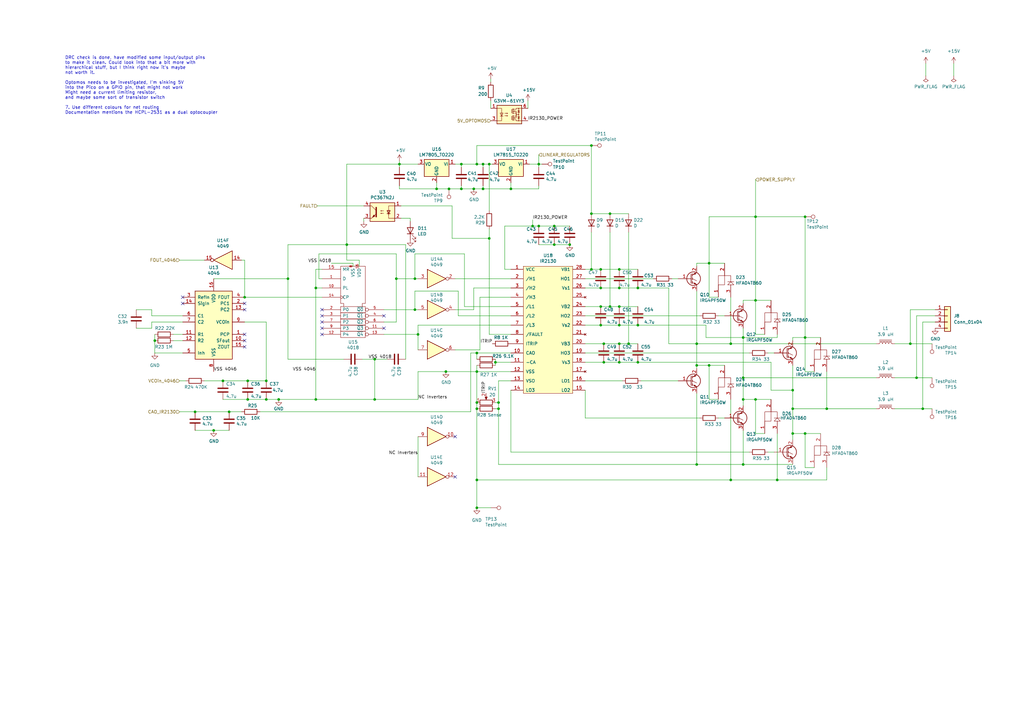
<source format=kicad_sch>
(kicad_sch (version 20231120) (generator "eeschema") (generator_version "8.0")
  (paper "A3")
  (title_block (title "Motor Control Circuitry"))
  (lib_symbols
    (symbol "4xxx:4046" (pin_names (offset 1.016))
      (property "Reference" "U13" (at 0 22.3774 0))
      (property "Value" "4046" (at 0 20.066 0))
      (symbol "4046_1_0"
        (pin output line (at 12.7 -5.08 180) (length 5.08) (name "PCP") (number "1"))
        (pin output line (at 12.7 -7.62 180) (length 5.08) (name "SFout") (number "10"))
        (pin input line (at -12.7 -5.08 0) (length 5.08) (name "R1") (number "11"))
        (pin input line (at -12.7 -7.62 0) (length 5.08) (name "R2") (number "12"))
        (pin tri_state line (at 12.7 5.08 180) (length 5.08) (name "PC2") (number "13"))
        (pin input line (at -12.7 7.62 0) (length 5.08) (name "SigIn") (number "14"))
        (pin output line (at 12.7 -10.16 180) (length 5.08) (name "ZOUT") (number "15"))
        (pin power_in line (at 0 17.78 270) (length 5.08) (name "VDD") (number "16"))
        (pin output line (at 12.7 7.62 180) (length 5.08) (name "PC1") (number "2"))
        (pin input line (at -12.7 10.16 0) (length 5.08) (name "RefIn") (number "3"))
        (pin output line (at 12.7 10.16 180) (length 5.08) (name "FOUT") (number "4"))
        (pin input line (at -12.7 -12.7 0) (length 5.08) (name "Inh") (number "5"))
        (pin input line (at -12.7 2.54 0) (length 5.08) (name "C1") (number "6"))
        (pin input line (at -12.7 0 0) (length 5.08) (name "C2") (number "7"))
        (pin power_in line (at 0 -20.32 90) (length 5.08) (name "VSS") (number "8"))
        (pin input line (at 12.7 0 180) (length 5.08) (name "VCOin") (number "9"))
      )
    )
    (symbol "4xxx:4049" (pin_names (offset 1.016))
      (property "Reference" "U" (at 0 1.27 0))
      (property "Value" "4049" (at 0 -1.27 0))
      (symbol "4049_1_0"
        (pin output inverted (at 7.62 0 180) (length 3.81) (name "~") (number "2"))
        (pin input line (at -7.62 0 0) (length 3.81) (name "~") (number "3"))
      )
      (symbol "4049_2_0"
        (pin output inverted (at 7.62 0 180) (length 3.81) (name "~") (number "4"))
        (pin input line (at -7.62 0 0) (length 3.81) (name "~") (number "5"))
      )
      (symbol "4049_3_0"
        (pin output inverted (at 7.62 0 180) (length 3.81) (name "~") (number "6"))
        (pin input line (at -7.62 0 0) (length 3.81) (name "~") (number "7"))
      )
      (symbol "4049_4_0"
        (pin output inverted (at 7.62 0 180) (length 3.81) (name "~") (number "10"))
        (pin input line (at -7.62 0 0) (length 3.81) (name "~") (number "9"))
      )
      (symbol "4049_5_0"
        (pin input line (at -7.62 0 0) (length 3.81) (name "~") (number "11"))
        (pin output inverted (at 7.62 0 180) (length 3.81) (name "~") (number "12"))
      )
      (symbol "4049_6_0"
        (pin input line (at -7.62 0 0) (length 3.81) (name "~") (number "14"))
        (pin output inverted (at 7.62 0 180) (length 3.81) (name "~") (number "15"))
      )
      (symbol "4049_7_0"
        (pin power_in line (at 0 12.7 270) (length 5.08) (name "VCC") (number "1"))
        (pin power_in line (at 0 -12.7 90) (length 5.08) (name "VSS") (number "8"))
      )
    )
    (symbol "4xxx_IEEE:4018" (pin_names (offset 0.762))
      (property "Reference" "U" (at 8.89 11.43 0))
      (property "Value" "4018" (at 10.16 -17.78 0))
      (symbol "4018_1_1"
        (pin input line (at -12.7 7.62 0) (length 7.62) (name "D") (number "1"))
        (pin input line (at -12.7 3.81 0) (length 7.62) (name "PL") (number "10"))
        (pin output inverted (at 12.7 -12.7 180) (length 7.62) (name "~{Q3}") (number "11"))
        (pin input line (at -12.7 -15.24 0) (length 7.62) (name "P4") (number "12"))
        (pin output inverted (at 12.7 -15.24 180) (length 7.62) (name "~{Q4}") (number "13"))
        (pin input clock (at -12.7 0 0) (length 7.62) (name "CP") (number "14"))
        (pin input line (at -12.7 11.43 0) (length 7.62) (name "MR") (number "15"))
        (pin power_in line (at 2.54 12.7 270) (length 0) (name "VDD") (number "16"))
        (pin input line (at -12.7 -5.08 0) (length 7.62) (name "P0") (number "2"))
        (pin input line (at -12.7 -7.62 0) (length 7.62) (name "P1") (number "3"))
        (pin output inverted (at 12.7 -7.62 180) (length 7.62) (name "~{Q1}") (number "4"))
        (pin output inverted (at 12.7 -5.08 180) (length 7.62) (name "~{Q0}") (number "5"))
        (pin output inverted (at 12.7 -10.16 180) (length 7.62) (name "~{Q2}") (number "6"))
        (pin input line (at -12.7 -10.16 0) (length 7.62) (name "P2") (number "7"))
        (pin power_in line (at 0 12.7 270) (length 0) (name "VSS") (number "8"))
        (pin input line (at -12.7 -12.7 0) (length 7.62) (name "P3") (number "9"))
      )
    )
    (symbol "Connector:TestPoint" (pin_numbers hide) (pin_names (offset 0.762) hide)
      (property "Reference" "TP" (at 0 6.858 0))
      (property "Value" "TestPoint" (at 0 5.08 0))
      (symbol "TestPoint_1_1"
        (pin passive line (at 0 0 90) (length 2.54) (name "1") (number "1"))
      )
    )
    (symbol "Connector_Generic:Conn_01x04" (pin_names (offset 1.016) hide)
      (property "Reference" "J" (at 0 5.08 0))
      (property "Value" "Conn_01x04" (at 0 -7.62 0))
      (symbol "Conn_01x04_1_1"
        (pin passive line (at -5.08 2.54 0) (length 3.81) (name "Pin_1") (number "1"))
        (pin passive line (at -5.08 0 0) (length 3.81) (name "Pin_2") (number "2"))
        (pin passive line (at -5.08 -2.54 0) (length 3.81) (name "Pin_3") (number "3"))
        (pin passive line (at -5.08 -5.08 0) (length 3.81) (name "Pin_4") (number "4"))
      )
    )
    (symbol "Device:C" (pin_numbers hide) (pin_names (offset 0.254))
      (property "Reference" "C" (at 0.635 2.54 0))
      (property "Value" "C" (at 0.635 -2.54 0))
      (symbol "C_1_1"
        (pin passive line (at 0 3.81 270) (length 2.794) (name "~") (number "1"))
        (pin passive line (at 0 -3.81 90) (length 2.794) (name "~") (number "2"))
      )
    )
    (symbol "Device:D" (pin_numbers hide) (pin_names (offset 1.016) hide)
      (property "Reference" "D" (at 0 2.54 0))
      (property "Value" "D" (at 0 -2.54 0))
      (symbol "D_1_1"
        (pin passive line (at -3.81 0 0) (length 2.54) (name "K") (number "1"))
        (pin passive line (at 3.81 0 180) (length 2.54) (name "A") (number "2"))
      )
    )
    (symbol "Device:LED" (pin_numbers hide) (pin_names (offset 1.016) hide)
      (property "Reference" "D" (at 0 2.54 0))
      (property "Value" "LED" (at 0 -2.54 0))
      (symbol "LED_1_1"
        (pin passive line (at -3.81 0 0) (length 2.54) (name "K") (number "1"))
        (pin passive line (at 3.81 0 180) (length 2.54) (name "A") (number "2"))
      )
    )
    (symbol "Device:L_Iron" (pin_numbers hide) (pin_names (offset 1.016) hide)
      (property "Reference" "L" (at -1.27 0 90))
      (property "Value" "L_Iron" (at 2.794 0 90))
      (symbol "L_Iron_1_1"
        (pin passive line (at 0 3.81 270) (length 1.27) (name "1") (number "1"))
        (pin passive line (at 0 -3.81 90) (length 1.27) (name "2") (number "2"))
      )
    )
    (symbol "Device:R" (pin_numbers hide) (pin_names (offset 0))
      (property "Reference" "R" (at 2.032 0 90))
      (property "Value" "R" (at 0 0 90))
      (symbol "R_1_1"
        (pin passive line (at 0 3.81 270) (length 1.27) (name "~") (number "1"))
        (pin passive line (at 0 -3.81 90) (length 1.27) (name "~") (number "2"))
      )
    )
    (symbol "Device:R_Potentiometer" (pin_names (offset 1.016) hide)
      (property "Reference" "RV" (at -4.445 0 90))
      (property "Value" "R_Potentiometer" (at -2.54 0 90))
      (symbol "R_Potentiometer_1_1"
        (pin passive line (at 0 3.81 270) (length 1.27) (name "1") (number "1"))
        (pin passive line (at 3.81 0 180) (length 1.27) (name "2") (number "2"))
        (pin passive line (at 0 -3.81 90) (length 1.27) (name "3") (number "3"))
      )
    )
    (symbol "Isolator:SFH617A-1" (pin_names (offset 1.016))
      (property "Reference" "U" (at -5.08 5.08 0))
      (property "Value" "SFH617A-1" (at 0 5.08 0))
      (symbol "SFH617A-1_1_1"
        (pin passive line (at -7.62 2.54 0) (length 2.54) (name "~") (number "1"))
        (pin passive line (at -7.62 -2.54 0) (length 2.54) (name "~") (number "2"))
        (pin passive line (at 7.62 -2.54 180) (length 2.54) (name "~") (number "3"))
        (pin passive line (at 7.62 2.54 180) (length 2.54) (name "~") (number "4"))
      )
    )
    (symbol "Regulator_Linear:LM7805_TO220" (pin_names (offset 0.254))
      (property "Reference" "U16" (at 0 6.1468 0))
      (property "Value" "LM7805_TO220" (at 0 3.8354 0))
      (symbol "LM7805_TO220_1_1"
        (pin power_in line (at -7.62 0 0) (length 2.54) (name "VI") (number "1"))
        (pin power_in line (at 0 -7.62 90) (length 2.54) (name "GND") (number "2"))
        (pin bidirectional line (at 7.62 0 180) (length 2.54) (name "VO") (number "3"))
      )
    )
    (symbol "Regulator_Linear:LM7815_TO220" (pin_names (offset 0.254))
      (property "Reference" "U17" (at 0 6.1468 0))
      (property "Value" "LM7815_TO220" (at 0 3.8354 0))
      (symbol "LM7815_TO220_1_1"
        (pin input line (at -7.62 0 0) (length 2.54) (name "VI") (number "1"))
        (pin power_in line (at 0 -7.62 90) (length 2.54) (name "GND") (number "2"))
        (pin power_out line (at 7.62 0 180) (length 2.54) (name "VO") (number "3"))
      )
    )
    (symbol "Relay_SolidState:TLP222A"
      (property "Reference" "U3" (at 0 14.4018 0))
      (property "Value" "LCC110" (at 0 12.0904 0))
      (symbol "TLP222A_1_1"
        (pin passive line (at -7.62 2.54 0) (length 2.54) (name "~") (number "1"))
        (pin passive line (at -7.62 -2.54 0) (length 2.54) (name "~") (number "3"))
        (pin passive line (at 7.62 -2.54 180) (length 2.54) (name "~") (number "4"))
        (pin passive line (at 7.62 2.54 180) (length 2.54) (name "~") (number "6"))
      )
    )
    (symbol "Transistor_IGBT:IRG4PF50W" (pin_names (offset 0) hide)
      (property "Reference" "Q" (at 5.08 1.905 0))
      (property "Value" "IRG4PF50W" (at 5.08 0 0))
      (symbol "IRG4PF50W_1_1"
        (pin input line (at -5.08 0 0) (length 5.08) (name "G") (number "1"))
        (pin passive line (at 2.54 5.08 270) (length 2.54) (name "C") (number "2"))
        (pin passive line (at 2.54 -5.08 90) (length 2.54) (name "E") (number "3"))
      )
    )
    (symbol "TurbopumpLibrary:HFA04TB60" (pin_names (offset 1.016))
      (property "Reference" "D" (at -3.81 11.43 0))
      (property "Value" "HFA04TB60" (at 0 -13.97 0))
      (symbol "HFA04TB60_1_1"
        (pin input line (at -2.54 -6.35 90) (length 5.08) (name "~") (number "1"))
        (pin input line (at 0 7.62 270) (length 5.08) (name "~") (number "2"))
        (pin input line (at 2.54 -6.35 90) (length 5.08) (name "~") (number "3"))
      )
    )
    (symbol "TurbopumpLibrary:IR2130" (pin_names (offset 1.016))
      (property "Reference" "U18" (at 0 31.115 0))
      (property "Value" "IR2130" (at 0 28.8036 0))
      (symbol "IR2130_1_1"
        (pin input line (at -15.24 25.4 0) (length 5.08) (name "VCC") (number "1"))
        (pin output line (at -15.24 -8.89 0) (length 5.08) (name "CAO") (number "10"))
        (pin input line (at -15.24 -12.7 0) (length 5.08) (name "-CA") (number "11"))
        (pin power_in line (at -15.24 -16.51 0) (length 5.08) (name "VSS") (number "12"))
        (pin input line (at -15.24 -20.32 0) (length 5.08) (name "VSO") (number "13"))
        (pin power_out line (at -15.24 -24.13 0) (length 5.08) (name "LO3") (number "14"))
        (pin power_out line (at 15.24 -24.13 180) (length 5.08) (name "LO2") (number "15"))
        (pin power_out line (at 15.24 -20.32 180) (length 5.08) (name "LO1") (number "16"))
        (pin no_connect line (at 15.24 -16.51 180) (length 5.08) (name "~") (number "17"))
        (pin input line (at 15.24 -12.7 180) (length 5.08) (name "Vs3") (number "18"))
        (pin power_out line (at 15.24 -8.89 180) (length 5.08) (name "HO3") (number "19"))
        (pin input line (at -15.24 21.59 0) (length 5.08) (name "/H1") (number "2"))
        (pin output line (at 15.24 -5.08 180) (length 5.08) (name "VB3") (number "20"))
        (pin no_connect line (at 15.24 -1.27 180) (length 5.08) (name "~") (number "21"))
        (pin input line (at 15.24 2.54 180) (length 5.08) (name "Vs2") (number "22"))
        (pin power_out line (at 15.24 6.35 180) (length 5.08) (name "HO2") (number "23"))
        (pin output line (at 15.24 10.16 180) (length 5.08) (name "VB2") (number "24"))
        (pin no_connect line (at 15.24 13.97 180) (length 5.08) (name "~") (number "25"))
        (pin input line (at 15.24 17.78 180) (length 5.08) (name "Vs1") (number "26"))
        (pin power_out line (at 15.24 21.59 180) (length 5.08) (name "HO1") (number "27"))
        (pin output line (at 15.24 25.4 180) (length 5.08) (name "VB1") (number "28"))
        (pin input line (at -15.24 17.78 0) (length 5.08) (name "/H2") (number "3"))
        (pin input line (at -15.24 13.97 0) (length 5.08) (name "/H3") (number "4"))
        (pin input line (at -15.24 10.16 0) (length 5.08) (name "/L1") (number "5"))
        (pin input line (at -15.24 6.35 0) (length 5.08) (name "/L2") (number "6"))
        (pin input line (at -15.24 2.54 0) (length 5.08) (name "/L3") (number "7"))
        (pin output line (at -15.24 -1.27 0) (length 5.08) (name "/FAULT") (number "8"))
        (pin input line (at -15.24 -5.08 0) (length 5.08) (name "ITRIP") (number "9"))
      )
    )
    (symbol "power:+15V" (power) (pin_names (offset 0))
      (property "Value" "+15V" (at 0 3.556 0))
      (symbol "+15V_1_1"
        (pin power_in line (at 0 0 90) (length 0) hide (name "+15V") (number "1"))
      )
    )
    (symbol "power:+5V" (power) (pin_names (offset 0))
      (property "Value" "+5V" (at 0 3.556 0))
      (symbol "+5V_1_1"
        (pin power_in line (at 0 0 90) (length 0) hide (name "+5V") (number "1"))
      )
    )
    (symbol "power:GND" (power) (pin_names (offset 0))
      (property "Value" "GND" (at 0 -3.81 0))
      (symbol "GND_1_1"
        (pin power_in line (at 0 0 270) (length 0) hide (name "GND") (number "1"))
      )
    )
    (symbol "power:PWR_FLAG" (power) (pin_numbers hide) (pin_names (offset 0) hide)
      (property "Value" "PWR_FLAG" (at 0 3.81 0))
      (symbol "PWR_FLAG_0_0"
        (pin power_out line (at 0 0 90) (length 0) (name "pwr") (number "1"))
      )
    )
  )
  (junction (at 227.33 100.33))
  (junction (at 195.58 144.78))
  (junction (at 118.11 114.3))
  (junction (at 257.81 140.97))
  (junction (at 246.38 110.49))
  (junction (at 153.67 147.32))
  (junction (at 373.38 140.97))
  (junction (at 246.38 125.73))
  (junction (at 203.2 148.59))
  (junction (at 330.2 138.43))
  (junction (at 261.62 148.59))
  (junction (at 261.62 118.11))
  (junction (at 299.72 140.97))
  (junction (at 170.18 127))
  (junction (at 163.83 67.31))
  (junction (at 171.45 137.16))
  (junction (at 153.67 163.83))
  (junction (at 304.8 163.83))
  (junction (at 250.19 125.73))
  (junction (at 129.54 118.11))
  (junction (at 246.38 118.11))
  (junction (at 246.38 133.35))
  (junction (at 101.6 156.21))
  (junction (at 304.8 138.43))
  (junction (at 184.15 77.47))
  (junction (at 250.19 87.63))
  (junction (at 129.54 163.83))
  (junction (at 299.72 196.85))
  (junction (at 242.57 110.49))
  (junction (at 195.58 152.4))
  (junction (at 325.12 177.8))
  (junction (at 93.98 168.91))
  (junction (at 227.33 92.71))
  (junction (at 189.23 77.47))
  (junction (at 285.75 140.97))
  (junction (at 254 133.35))
  (junction (at 200.66 67.31))
  (junction (at 87.63 176.53))
  (junction (at 170.18 114.3))
  (junction (at 142.24 100.33))
  (junction (at 304.8 190.5))
  (junction (at 182.88 152.4))
  (junction (at 254 118.11))
  (junction (at 285.75 190.5))
  (junction (at 200.66 97.79))
  (junction (at 233.68 100.33))
  (junction (at 242.57 87.63))
  (junction (at 194.31 77.47))
  (junction (at 195.58 196.85))
  (junction (at 162.56 114.3))
  (junction (at 80.01 168.91))
  (junction (at 325.12 167.64))
  (junction (at 63.5 139.7))
  (junction (at 109.22 156.21))
  (junction (at 209.55 77.47))
  (junction (at 254 140.97))
  (junction (at 254 148.59))
  (junction (at 318.77 196.85))
  (junction (at 309.88 163.83))
  (junction (at 247.65 148.59))
  (junction (at 189.23 67.31))
  (junction (at 261.62 133.35))
  (junction (at 325.12 160.02))
  (junction (at 254 110.49))
  (junction (at 290.83 149.86))
  (junction (at 100.33 121.92))
  (junction (at 375.92 154.94))
  (junction (at 378.46 167.64))
  (junction (at 114.3 163.83))
  (junction (at 247.65 140.97))
  (junction (at 242.57 59.69))
  (junction (at 218.44 92.71))
  (junction (at 339.09 167.64))
  (junction (at 204.47 167.64))
  (junction (at 309.88 88.9))
  (junction (at 195.58 208.28))
  (junction (at 195.58 165.1))
  (junction (at 309.88 123.19))
  (junction (at 91.44 156.21))
  (junction (at 101.6 163.83))
  (junction (at 220.98 67.31))
  (junction (at 195.58 67.31))
  (junction (at 330.2 177.8))
  (junction (at 220.98 92.71))
  (junction (at 254 125.73))
  (junction (at 109.22 163.83))
  (junction (at 198.12 77.47))
  (junction (at 285.75 149.86))
  (junction (at 330.2 88.9))
  (junction (at 195.58 167.64))
  (junction (at 179.07 77.47))
  (junction (at 290.83 107.95))
  (junction (at 198.12 67.31))
  (junction (at 204.47 165.1))
  (junction (at 304.8 154.94))
  (no_connect (at 100.33 139.7))
  (no_connect (at 132.08 134.62))
  (no_connect (at 74.93 124.46))
  (no_connect (at 100.33 127))
  (no_connect (at 157.48 129.54))
  (no_connect (at 157.48 134.62))
  (no_connect (at 132.08 137.16))
  (no_connect (at 186.69 179.07))
  (no_connect (at 132.08 132.08))
  (no_connect (at 132.08 127))
  (no_connect (at 132.08 129.54))
  (no_connect (at 186.69 195.58))
  (no_connect (at 100.33 124.46))
  (no_connect (at 100.33 142.24))
  (no_connect (at 74.93 121.92))
  (no_connect (at 100.33 137.16))
  (wire (pts (xy 209.55 160.02) (xy 209.55 185.42)))
  (wire (pts (xy 166.37 147.32) (xy 166.37 100.33)))
  (wire (pts (xy 373.38 140.97) (xy 382.27 140.97)))
  (wire (pts (xy 240.03 133.35) (xy 246.38 133.35)))
  (wire (pts (xy 200.66 67.31) (xy 200.66 86.36)))
  (wire (pts (xy 118.11 114.3) (xy 118.11 147.32)))
  (wire (pts (xy 209.55 77.47) (xy 209.55 74.93)))
  (wire (pts (xy 118.11 100.33) (xy 118.11 114.3)))
  (wire (pts (xy 261.62 133.35) (xy 289.56 133.35)))
  (wire (pts (xy 195.58 144.78) (xy 195.58 147.32)))
  (wire (pts (xy 325.12 167.64) (xy 339.09 167.64)))
  (wire (pts (xy 309.88 88.9) (xy 309.88 123.19)))
  (wire (pts (xy 339.09 196.85) (xy 318.77 196.85)))
  (wire (pts (xy 247.65 148.59) (xy 254 148.59)))
  (wire (pts (xy 218.44 90.17) (xy 218.44 92.71)))
  (wire (pts (xy 162.56 104.14) (xy 162.56 114.3)))
  (wire (pts (xy 297.18 149.86) (xy 290.83 149.86)))
  (wire (pts (xy 204.47 167.64) (xy 204.47 190.5)))
  (wire (pts (xy 285.75 151.13) (xy 285.75 149.86)))
  (wire (pts (xy 73.66 106.68) (xy 83.82 106.68)))
  (wire (pts (xy 170.18 104.14) (xy 190.5 104.14)))
  (wire (pts (xy 195.58 165.1) (xy 195.58 167.64)))
  (wire (pts (xy 189.23 68.58) (xy 189.23 67.31)))
  (wire (pts (xy 203.2 167.64) (xy 204.47 167.64)))
  (wire (pts (xy 216.535 41.275) (xy 216.535 44.45)))
  (wire (pts (xy 246.38 125.73) (xy 250.19 125.73)))
  (wire (pts (xy 55.88 134.62) (xy 62.23 134.62)))
  (wire (pts (xy 189.23 67.31) (xy 195.58 67.31)))
  (wire (pts (xy 220.98 100.33) (xy 227.33 100.33)))
  (wire (pts (xy 185.42 97.79) (xy 200.66 97.79)))
  (wire (pts (xy 290.83 121.92) (xy 294.64 121.92)))
  (wire (pts (xy 309.88 123.19) (xy 309.88 137.16)))
  (wire (pts (xy 294.64 129.54) (xy 297.18 129.54)))
  (wire (pts (xy 164.465 84.455) (xy 185.42 84.455)))
  (wire (pts (xy 285.75 190.5) (xy 304.8 190.5)))
  (wire (pts (xy 336.55 177.8) (xy 330.2 177.8)))
  (wire (pts (xy 246.38 110.49) (xy 254 110.49)))
  (wire (pts (xy 142.24 67.31) (xy 142.24 100.33)))
  (wire (pts (xy 166.37 100.33) (xy 142.24 100.33)))
  (wire (pts (xy 189.23 77.47) (xy 189.23 76.2)))
  (wire (pts (xy 149.225 89.535) (xy 149.225 90.805)))
  (wire (pts (xy 203.2 165.1) (xy 204.47 165.1)))
  (wire (pts (xy 359.41 154.94) (xy 304.8 154.94)))
  (wire (pts (xy 171.45 163.83) (xy 171.45 152.4)))
  (wire (pts (xy 63.5 137.16) (xy 63.5 139.7)))
  (wire (pts (xy 318.77 138.43) (xy 318.77 137.16)))
  (wire (pts (xy 186.69 114.3) (xy 209.55 114.3)))
  (wire (pts (xy 285.75 140.97) (xy 285.75 119.38)))
  (wire (pts (xy 290.83 107.95) (xy 290.83 121.92)))
  (wire (pts (xy 63.5 139.7) (xy 63.5 144.78)))
  (wire (pts (xy 325.12 160.02) (xy 316.23 160.02)))
  (wire (pts (xy 240.03 118.11) (xy 246.38 118.11)))
  (wire (pts (xy 200.66 97.79) (xy 200.66 93.98)))
  (wire (pts (xy 254 110.49) (xy 261.62 110.49)))
  (wire (pts (xy 203.2 147.32) (xy 203.2 148.59)))
  (wire (pts (xy 325.12 139.7) (xy 325.12 138.43)))
  (wire (pts (xy 201.295 208.28) (xy 195.58 208.28)))
  (wire (pts (xy 209.55 156.21) (xy 204.47 156.21)))
  (wire (pts (xy 100.33 121.92) (xy 100.33 106.68)))
  (wire (pts (xy 316.23 148.59) (xy 261.62 148.59)))
  (wire (pts (xy 316.23 163.83) (xy 309.88 163.83)))
  (wire (pts (xy 250.19 125.73) (xy 254 125.73)))
  (wire (pts (xy 325.12 138.43) (xy 330.2 138.43)))
  (wire (pts (xy 87.63 176.53) (xy 93.98 176.53)))
  (wire (pts (xy 170.18 114.3) (xy 170.18 104.14)))
  (wire (pts (xy 242.57 95.25) (xy 242.57 110.49)))
  (wire (pts (xy 168.275 89.535) (xy 168.275 90.805)))
  (wire (pts (xy 142.24 100.33) (xy 142.24 106.68)))
  (wire (pts (xy 164.465 89.535) (xy 168.275 89.535)))
  (wire (pts (xy 109.22 163.83) (xy 101.6 163.83)))
  (wire (pts (xy 162.56 104.14) (xy 130.81 104.14)))
  (wire (pts (xy 240.03 125.73) (xy 246.38 125.73)))
  (wire (pts (xy 274.32 140.97) (xy 274.32 118.11)))
  (wire (pts (xy 289.56 133.35) (xy 289.56 138.43)))
  (wire (pts (xy 80.01 176.53) (xy 87.63 176.53)))
  (wire (pts (xy 204.47 156.21) (xy 204.47 165.1)))
  (wire (pts (xy 186.69 127) (xy 194.31 127)))
  (wire (pts (xy 73.66 168.91) (xy 80.01 168.91)))
  (wire (pts (xy 220.98 92.71) (xy 227.33 92.71)))
  (wire (pts (xy 142.24 67.31) (xy 163.83 67.31)))
  (wire (pts (xy 203.2 149.86) (xy 203.2 148.59)))
  (wire (pts (xy 227.33 100.33) (xy 233.68 100.33)))
  (wire (pts (xy 373.38 127) (xy 373.38 140.97)))
  (wire (pts (xy 163.83 77.47) (xy 179.07 77.47)))
  (wire (pts (xy 203.2 148.59) (xy 209.55 148.59)))
  (wire (pts (xy 198.12 67.31) (xy 200.66 67.31)))
  (wire (pts (xy 375.92 154.94) (xy 382.27 154.94)))
  (wire (pts (xy 304.8 138.43) (xy 304.8 154.94)))
  (wire (pts (xy 309.88 177.8) (xy 313.69 177.8)))
  (wire (pts (xy 118.11 147.32) (xy 140.97 147.32)))
  (wire (pts (xy 109.22 132.08) (xy 109.22 156.21)))
  (wire (pts (xy 391.16 26.035) (xy 391.16 31.115)))
  (wire (pts (xy 240.03 156.21) (xy 255.27 156.21)))
  (wire (pts (xy 250.19 87.63) (xy 257.81 87.63)))
  (wire (pts (xy 153.67 163.83) (xy 129.54 163.83)))
  (wire (pts (xy 274.32 118.11) (xy 261.62 118.11)))
  (wire (pts (xy 330.2 191.77) (xy 334.01 191.77)))
  (wire (pts (xy 254 140.97) (xy 257.81 140.97)))
  (wire (pts (xy 285.75 140.97) (xy 274.32 140.97)))
  (wire (pts (xy 101.6 156.21) (xy 109.22 156.21)))
  (wire (pts (xy 195.58 167.64) (xy 195.58 196.85)))
  (wire (pts (xy 195.58 208.28) (xy 195.58 196.85)))
  (wire (pts (xy 240.03 140.97) (xy 247.65 140.97)))
  (wire (pts (xy 190.5 104.14) (xy 190.5 125.73)))
  (wire (pts (xy 257.81 140.97) (xy 261.62 140.97)))
  (wire (pts (xy 367.03 167.64) (xy 378.46 167.64)))
  (wire (pts (xy 330.2 138.43) (xy 330.2 152.4)))
  (wire (pts (xy 100.33 132.08) (xy 109.22 132.08)))
  (wire (pts (xy 220.98 63.5) (xy 220.98 67.31)))
  (wire (pts (xy 304.8 124.46) (xy 304.8 123.19)))
  (wire (pts (xy 62.23 129.54) (xy 62.23 127)))
  (wire (pts (xy 187.96 129.54) (xy 209.55 129.54)))
  (wire (pts (xy 304.8 123.19) (xy 309.88 123.19)))
  (wire (pts (xy 162.56 114.3) (xy 170.18 114.3)))
  (wire (pts (xy 187.96 119.38) (xy 187.96 129.54)))
  (wire (pts (xy 304.8 134.62) (xy 304.8 138.43)))
  (wire (pts (xy 222.25 67.31) (xy 220.98 67.31)))
  (wire (pts (xy 339.09 167.64) (xy 359.41 167.64)))
  (wire (pts (xy 62.23 132.08) (xy 74.93 132.08)))
  (wire (pts (xy 130.81 114.3) (xy 132.08 114.3)))
  (wire (pts (xy 91.44 156.21) (xy 101.6 156.21)))
  (wire (pts (xy 132.08 121.92) (xy 100.33 121.92)))
  (wire (pts (xy 204.47 190.5) (xy 285.75 190.5)))
  (wire (pts (xy 171.45 179.07) (xy 171.45 195.58)))
  (wire (pts (xy 242.57 110.49) (xy 246.38 110.49)))
  (wire (pts (xy 309.88 137.16) (xy 313.69 137.16)))
  (wire (pts (xy 375.92 129.54) (xy 375.92 154.94)))
  (wire (pts (xy 193.04 168.91) (xy 193.04 144.78)))
  (wire (pts (xy 74.93 137.16) (xy 71.12 137.16)))
  (wire (pts (xy 285.75 161.29) (xy 285.75 190.5)))
  (wire (pts (xy 246.38 118.11) (xy 254 118.11)))
  (wire (pts (xy 379.73 26.035) (xy 379.73 31.115)))
  (wire (pts (xy 163.83 68.58) (xy 163.83 67.31)))
  (wire (pts (xy 220.98 77.47) (xy 209.55 77.47)))
  (wire (pts (xy 339.09 152.4) (xy 339.09 167.64)))
  (wire (pts (xy 153.67 147.32) (xy 158.75 147.32)))
  (wire (pts (xy 220.98 67.31) (xy 220.98 68.58)))
  (wire (pts (xy 325.12 177.8) (xy 330.2 177.8)))
  (wire (pts (xy 299.72 163.83) (xy 299.72 196.85)))
  (wire (pts (xy 195.58 149.86) (xy 195.58 152.4)))
  (wire (pts (xy 309.88 73.66) (xy 309.88 88.9)))
  (wire (pts (xy 304.8 190.5) (xy 325.12 190.5)))
  (wire (pts (xy 182.88 152.4) (xy 195.58 152.4)))
  (wire (pts (xy 153.67 147.32) (xy 153.67 163.83)))
  (wire (pts (xy 304.8 163.83) (xy 304.8 166.37)))
  (wire (pts (xy 373.38 127) (xy 383.54 127)))
  (wire (pts (xy 142.24 100.33) (xy 118.11 100.33)))
  (wire (pts (xy 129.54 110.49) (xy 129.54 118.11)))
  (wire (pts (xy 144.78 107.95) (xy 144.78 109.22)))
  (wire (pts (xy 196.85 121.92) (xy 209.55 121.92)))
  (wire (pts (xy 132.08 110.49) (xy 129.54 110.49)))
  (wire (pts (xy 201.295 41.275) (xy 201.295 44.45)))
  (wire (pts (xy 179.07 74.93) (xy 179.07 77.47)))
  (wire (pts (xy 254 133.35) (xy 261.62 133.35)))
  (wire (pts (xy 285.75 149.86) (xy 290.83 149.86)))
  (wire (pts (xy 330.2 152.4) (xy 334.01 152.4)))
  (wire (pts (xy 109.22 163.83) (xy 114.3 163.83)))
  (wire (pts (xy 73.66 156.21) (xy 76.2 156.21)))
  (wire (pts (xy 170.18 127) (xy 170.18 119.38)))
  (wire (pts (xy 316.23 123.19) (xy 309.88 123.19)))
  (wire (pts (xy 242.57 59.69) (xy 242.57 87.63)))
  (wire (pts (xy 290.83 149.86) (xy 290.83 163.83)))
  (wire (pts (xy 325.12 180.34) (xy 325.12 177.8)))
  (wire (pts (xy 87.63 114.3) (xy 118.11 114.3)))
  (wire (pts (xy 240.03 148.59) (xy 247.65 148.59)))
  (wire (pts (xy 330.2 88.9) (xy 330.2 138.43)))
  (wire (pts (xy 218.44 92.71) (xy 220.98 92.71)))
  (wire (pts (xy 130.175 84.455) (xy 149.225 84.455)))
  (wire (pts (xy 240.03 129.54) (xy 287.02 129.54)))
  (wire (pts (xy 325.12 160.02) (xy 325.12 149.86)))
  (wire (pts (xy 163.83 67.31) (xy 163.83 66.04)))
  (wire (pts (xy 80.01 168.91) (xy 93.98 168.91)))
  (wire (pts (xy 83.82 156.21) (xy 91.44 156.21)))
  (wire (pts (xy 193.04 144.78) (xy 195.58 144.78)))
  (wire (pts (xy 309.88 163.83) (xy 304.8 163.83)))
  (wire (pts (xy 204.47 167.64) (xy 204.47 165.1)))
  (wire (pts (xy 157.48 137.16) (xy 171.45 137.16)))
  (wire (pts (xy 135.89 107.95) (xy 144.78 107.95)))
  (wire (pts (xy 247.65 140.97) (xy 254 140.97)))
  (wire (pts (xy 262.89 156.21) (xy 278.13 156.21)))
  (wire (pts (xy 179.07 77.47) (xy 184.15 77.47)))
  (wire (pts (xy 209.55 144.78) (xy 195.58 144.78)))
  (wire (pts (xy 227.33 92.71) (xy 233.68 92.71)))
  (wire (pts (xy 318.77 177.8) (xy 318.77 196.85)))
  (wire (pts (xy 71.12 139.7) (xy 74.93 139.7)))
  (wire (pts (xy 378.46 132.08) (xy 378.46 167.64)))
  (wire (pts (xy 325.12 167.64) (xy 325.12 160.02)))
  (wire (pts (xy 299.72 140.97) (xy 285.75 140.97)))
  (wire (pts (xy 100.33 106.68) (xy 99.06 106.68)))
  (wire (pts (xy 297.18 107.95) (xy 290.83 107.95)))
  (wire (pts (xy 304.8 138.43) (xy 318.77 138.43)))
  (wire (pts (xy 201.295 32.385) (xy 201.295 33.655)))
  (wire (pts (xy 186.69 67.31) (xy 189.23 67.31)))
  (wire (pts (xy 254 118.11) (xy 261.62 118.11)))
  (wire (pts (xy 93.98 168.91) (xy 99.06 168.91)))
  (wire (pts (xy 194.31 118.11) (xy 194.31 127)))
  (wire (pts (xy 290.83 107.95) (xy 290.83 88.9)))
  (wire (pts (xy 195.58 152.4) (xy 209.55 152.4)))
  (wire (pts (xy 147.32 106.68) (xy 142.24 106.68)))
  (wire (pts (xy 294.64 171.45) (xy 297.18 171.45)))
  (wire (pts (xy 285.75 109.22) (xy 285.75 107.95)))
  (wire (pts (xy 157.48 127) (xy 170.18 127)))
  (wire (pts (xy 209.55 137.16) (xy 200.66 137.16)))
  (wire (pts (xy 153.67 163.83) (xy 171.45 163.83)))
  (wire (pts (xy 254 148.59) (xy 261.62 148.59)))
  (wire (pts (xy 62.23 127) (xy 55.88 127)))
  (wire (pts (xy 170.18 114.3) (xy 171.45 114.3)))
  (wire (pts (xy 309.88 163.83) (xy 309.88 177.8)))
  (wire (pts (xy 200.66 67.31) (xy 201.93 67.31)))
  (wire (pts (xy 207.01 110.49) (xy 209.55 110.49)))
  (wire (pts (xy 325.12 177.8) (xy 325.12 167.64)))
  (wire (pts (xy 189.23 77.47) (xy 194.31 77.47)))
  (wire (pts (xy 129.54 118.11) (xy 129.54 163.83)))
  (wire (pts (xy 207.01 92.71) (xy 207.01 110.49)))
  (wire (pts (xy 186.69 143.51) (xy 196.85 143.51)))
  (wire (pts (xy 207.01 92.71) (xy 218.44 92.71)))
  (wire (pts (xy 209.55 118.11) (xy 194.31 118.11)))
  (wire (pts (xy 314.96 185.42) (xy 317.5 185.42)))
  (wire (pts (xy 195.58 67.31) (xy 195.58 59.69)))
  (wire (pts (xy 130.81 104.14) (xy 130.81 114.3)))
  (wire (pts (xy 62.23 134.62) (xy 62.23 132.08)))
  (wire (pts (xy 195.58 152.4) (xy 195.58 165.1)))
  (wire (pts (xy 285.75 149.86) (xy 285.75 140.97)))
  (wire (pts (xy 290.83 88.9) (xy 309.88 88.9)))
  (wire (pts (xy 316.23 160.02) (xy 316.23 148.59)))
  (wire (pts (xy 200.66 97.79) (xy 200.66 137.16)))
  (wire (pts (xy 246.38 133.35) (xy 254 133.35)))
  (wire (pts (xy 240.03 110.49) (xy 242.57 110.49)))
  (wire (pts (xy 163.83 76.2) (xy 163.83 77.47)))
  (wire (pts (xy 171.45 133.35) (xy 171.45 137.16)))
  (wire (pts (xy 198.12 68.58) (xy 198.12 67.31)))
  (wire (pts (xy 378.46 167.64) (xy 382.27 167.64)))
  (wire (pts (xy 195.58 196.85) (xy 299.72 196.85)))
  (wire (pts (xy 314.96 144.78) (xy 317.5 144.78)))
  (wire (pts (xy 163.83 67.31) (xy 171.45 67.31)))
  (wire (pts (xy 171.45 137.16) (xy 171.45 143.51)))
  (wire (pts (xy 290.83 163.83) (xy 294.64 163.83)))
  (wire (pts (xy 242.57 87.63) (xy 250.19 87.63)))
  (wire (pts (xy 209.55 133.35) (xy 171.45 133.35)))
  (wire (pts (xy 383.54 129.54) (xy 375.92 129.54)))
  (wire (pts (xy 194.31 77.47) (xy 198.12 77.47)))
  (wire (pts (xy 250.19 95.25) (xy 250.19 125.73)))
  (wire (pts (xy 129.54 118.11) (xy 132.08 118.11)))
  (wire (pts (xy 309.88 88.9) (xy 330.2 88.9)))
  (wire (pts (xy 299.72 121.92) (xy 299.72 140.97)))
  (wire (pts (xy 63.5 144.78) (xy 74.93 144.78)))
  (wire (pts (xy 240.03 114.3) (xy 267.97 114.3)))
  (wire (pts (xy 330.2 177.8) (xy 330.2 191.77)))
  (wire (pts (xy 148.59 147.32) (xy 153.67 147.32)))
  (wire (pts (xy 318.77 196.85) (xy 299.72 196.85)))
  (wire (pts (xy 170.18 119.38) (xy 187.96 119.38)))
  (wire (pts (xy 190.5 125.73) (xy 209.55 125.73)))
  (wire (pts (xy 367.03 140.97) (xy 373.38 140.97)))
  (wire (pts (xy 257.81 95.25) (xy 257.81 140.97)))
  (wire (pts (xy 147.32 109.22) (xy 147.32 106.68)))
  (wire (pts (xy 74.93 129.54) (xy 62.23 129.54)))
  (wire (pts (xy 339.09 191.77) (xy 339.09 196.85)))
  (wire (pts (xy 220.98 76.2) (xy 220.98 77.47)))
  (wire (pts (xy 336.55 138.43) (xy 330.2 138.43)))
  (wire (pts (xy 185.42 84.455) (xy 185.42 97.79)))
  (wire (pts (xy 285.75 107.95) (xy 290.83 107.95)))
  (wire (pts (xy 184.15 77.47) (xy 189.23 77.47)))
  (wire (pts (xy 254 125.73) (xy 261.62 125.73)))
  (wire (pts (xy 198.12 77.47) (xy 209.55 77.47)))
  (wire (pts (xy 240.03 144.78) (xy 307.34 144.78)))
  (wire (pts (xy 304.8 154.94) (xy 304.8 163.83)))
  (wire (pts (xy 171.45 152.4) (xy 182.88 152.4)))
  (wire (pts (xy 304.8 176.53) (xy 304.8 190.5)))
  (wire (pts (xy 275.59 114.3) (xy 278.13 114.3)))
  (wire (pts (xy 289.56 138.43) (xy 304.8 138.43)))
  (wire (pts (xy 209.55 185.42) (xy 307.34 185.42)))
  (wire (pts (xy 240.03 160.02) (xy 240.03 171.45)))
  (wire (pts (xy 195.58 59.69) (xy 242.57 59.69)))
  (wire (pts (xy 170.18 127) (xy 171.45 127)))
  (wire (pts (xy 198.12 76.2) (xy 198.12 77.47)))
  (wire (pts (xy 101.6 163.83) (xy 91.44 163.83)))
  (wire (pts (xy 157.48 132.08) (xy 162.56 132.08)))
  (wire (pts (xy 378.46 132.08) (xy 383.54 132.08)))
  (wire (pts (xy 114.3 163.83) (xy 129.54 163.83)))
  (wire (pts (xy 106.68 168.91) (xy 193.04 168.91)))
  (wire (pts (xy 359.41 140.97) (xy 299.72 140.97)))
  (wire (pts (xy 196.85 121.92) (xy 196.85 143.51)))
  (wire (pts (xy 375.92 154.94) (xy 367.03 154.94)))
  (wire (pts (xy 195.58 67.31) (xy 198.12 67.31)))
  (wire (pts (xy 240.03 171.45) (xy 287.02 171.45)))
  (wire (pts (xy 217.17 67.31) (xy 220.98 67.31)))
  (wire (pts (xy 162.56 132.08) (xy 162.56 114.3)))
  (text "DRC check is done, have modified some input/output pins\nto make it clean. Could look into that a bit more with\nhierarchical stuff, but I think right now it's maybe\nnot worth it. \n\nOptomos needs to be investigated, I'm sinking 5V\ninto the Pico on a GPIO pin, that might not work\nMight need a current limiting resistor, \nand maybe some sort of transistor switch\n\n7. Use different colours for net routing\nDocumentation mentions the HCPL-2531 as a dual optocoupler" (at 26.67 46.99 0) (effects (font (size 1.27 1.27)) (justify left bottom)))
  (label "VSS 4018" (at 151.13 147.32 0))
  (label "NC Inverters" (at 171.45 163.83 0))
  (label "ITRIP" (at 199.39 161.29 90))
  (label "NC Inverters" (at 171.45 186.69 180))
  (label "ITRIP" (at 201.93 140.97 180))
  (label "VSS 4046" (at 129.54 152.4 180))
  (label "VSS 4046" (at 87.63 152.4 0))
  (label "IR2130_POWER" (at 216.535 49.53 0))
  (label "VSS 4018" (at 135.89 107.95 180))
  (label "IR2130_POWER" (at 218.44 90.17 0))
  (hierarchical_label "POWER_SUPPLY" (shape input) (at 309.88 73.66 0))
  (hierarchical_label "5V_OPTOMOS" (shape input) (at 201.295 49.53 180))
  (hierarchical_label "FAULT" (shape input) (at 130.175 84.455 180))
  (hierarchical_label "CAO_IR2130" (shape input) (at 73.66 168.91 180))
  (hierarchical_label "LINEAR_REGULATORS" (shape input) (at 220.98 63.5 0))
  (hierarchical_label "FOUT_4046" (shape input) (at 73.66 106.68 180))
  (hierarchical_label "VCOin_4046" (shape input) (at 73.66 156.21 180))
  (symbol (lib_id "TurbopumpLibrary:HFA04TB60") (at 336.55 146.05 0) (unit 1)
    (property "Reference" "D27" (at 341.0712 144.2466 0) (effects (justify left)))
    (property "Value" "HFA04TB60" (at 341.0712 146.558 0) (effects (justify left)))
    (property "Footprint" "Package_TO_SOT_SMD:TO-263-2" (effects (hide yes)))
  )
  (symbol (lib_id "Device:LED") (at 168.275 94.615 90) (unit 1)
    (property "Reference" "D11" (at 171.2722 93.6244 90) (effects (justify right)))
    (property "Value" "LED" (at 171.2722 95.9358 90) (effects (justify right)))
    (property "Footprint" "LED_SMD:LED_0603_1608Metric" (effects (hide yes)))
  )
  (symbol (lib_id "Connector:TestPoint") (at 242.57 59.69 270) (unit 1) (in_bom no)
    (property "Reference" "TP11" (at 243.84 54.8386 90) (effects (justify left)))
    (property "Value" "TestPoint" (at 243.84 57.15 90) (effects (justify left)))
    (property "Footprint" "TestPoint:TestPoint_Pad_D2.0mm" (effects (hide yes)))
  )
  (symbol (lib_id "Transistor_IGBT:IRG4PF50W") (at 302.26 171.45 0) (unit 1)
    (property "Reference" "Q13" (at 306.07 178.0286 0) (effects (justify left)))
    (property "Value" "IRG4PF50W" (at 306.07 180.34 0) (effects (justify left)))
    (property "Footprint" "Package_TO_SOT_SMD:TO-252-3_TabPin2" (effects (hide yes)))
    (property "Datasheet" "http://www.irf.com/product-info/datasheets/data/irg4pf50w.pdf" (effects (hide yes)))
  )
  (symbol (lib_id "Device:D") (at 242.57 91.44 90) (unit 1)
    (property "Reference" "D9" (at 244.602 90.2716 90) (effects (justify right)))
    (property "Value" "D" (at 244.602 92.583 90) (effects (justify right)))
    (property "Footprint" "Diode_SMD:D_SMA" (effects (hide yes)))
  )
  (symbol (lib_id "Connector:TestPoint") (at 382.27 154.94 180) (unit 1) (in_bom no)
    (property "Reference" "TP15" (at 392.43 158.75 0) (effects (justify left)))
    (property "Value" "TestPoint" (at 392.43 156.4386 0) (effects (justify left)))
    (property "Footprint" "TestPoint:TestPoint_Pad_D2.0mm" (effects (hide yes)))
  )
  (symbol (lib_id "power:+15V") (at 216.535 41.275 0) (unit 1)
    (property "Reference" "#PWR016" (effects (hide yes)))
    (property "Value" "+15V" (at 216.916 36.8808 0))
  )
  (symbol (lib_id "Device:C") (at 93.98 172.72 0) (unit 1)
    (property "Reference" "C35" (at 96.901 171.5516 0) (effects (justify left)))
    (property "Value" "4.7u" (at 96.901 173.863 0) (effects (justify left)))
    (property "Footprint" "Capacitor_SMD:C_0603_1608Metric" (effects (hide yes)))
  )
  (symbol (lib_id "power:GND") (at 87.63 176.53 0) (unit 1)
    (property "Reference" "#PWR032" (effects (hide yes)))
    (property "Value" "GND" (at 87.757 180.9242 0))
  )
  (symbol (lib_id "Device:C") (at 227.33 96.52 0) (unit 1)
    (property "Reference" "C45" (at 224.79 93.98 0) (effects (justify left)))
    (property "Value" "4.7u" (at 222.25 99.06 0) (effects (justify left)))
    (property "Footprint" "Capacitor_SMD:C_0603_1608Metric" (effects (hide yes)))
  )
  (symbol (lib_id "Device:C") (at 101.6 160.02 0) (unit 1)
    (property "Reference" "C36" (at 102.87 157.48 0) (effects (justify left)))
    (property "Value" "4.7u" (at 102.87 162.56 0) (effects (justify left)))
    (property "Footprint" "Capacitor_SMD:C_0603_1608Metric" (effects (hide yes)))
  )
  (symbol (lib_id "Device:C") (at 233.68 96.52 0) (unit 1)
    (property "Reference" "C46" (at 231.14 93.98 0) (effects (justify left)))
    (property "Value" "4.7u" (at 228.6 99.06 0) (effects (justify left)))
    (property "Footprint" "Capacitor_SMD:C_0603_1608Metric" (effects (hide yes)))
  )
  (symbol (lib_id "Device:R_Potentiometer") (at 199.39 165.1 90) (unit 1)
    (property "Reference" "RV1" (at 201.93 159.385 90))
    (property "Value" "20" (at 201.93 161.925 90))
    (property "Footprint" "Package_SO:SOIC-8-1EP_3.9x4.9mm_P1.27mm_EP2.29x3mm" (effects (hide yes)))
  )
  (symbol (lib_id "TurbopumpLibrary:HFA04TB60") (at 336.55 185.42 0) (unit 1)
    (property "Reference" "D28" (at 341.0712 183.6166 0) (effects (justify left)))
    (property "Value" "HFA04TB60" (at 341.0712 185.928 0) (effects (justify left)))
    (property "Footprint" "Package_TO_SOT_SMD:TO-263-2" (effects (hide yes)))
  )
  (symbol (lib_id "Device:C") (at 163.83 72.39 0) (unit 1)
    (property "Reference" "C40" (at 166.751 71.2216 0) (effects (justify left)))
    (property "Value" "4.7u" (at 166.751 73.533 0) (effects (justify left)))
    (property "Footprint" "Capacitor_SMD:C_0603_1608Metric" (effects (hide yes)))
  )
  (symbol (lib_id "Device:R") (at 290.83 171.45 270) (unit 1)
    (property "Reference" "R33" (at 288.925 173.99 90) (effects (justify left)))
    (property "Value" "33" (at 293.37 173.99 90) (effects (justify left)))
    (property "Footprint" "Resistor_SMD:R_0603_1608Metric" (effects (hide yes)))
  )
  (symbol (lib_id "Device:C") (at 247.65 144.78 0) (unit 1)
    (property "Reference" "C49" (at 248.92 142.24 0) (effects (justify left)))
    (property "Value" "4.7u" (at 248.92 147.32 0) (effects (justify left)))
    (property "Footprint" "Capacitor_SMD:C_0805_2012Metric" (effects (hide yes)))
  )
  (symbol (lib_id "TurbopumpLibrary:HFA04TB60") (at 297.18 157.48 0) (unit 1)
    (property "Reference" "D24" (at 301.7012 155.6766 0) (effects (justify left)))
    (property "Value" "HFA04TB60" (at 301.7012 157.988 0) (effects (justify left)))
    (property "Footprint" "Package_TO_SOT_SMD:TO-263-2" (effects (hide yes)))
  )
  (symbol (lib_id "4xxx:4049") (at 179.07 114.3 0) (unit 1)
    (property "Reference" "U14" (at 179.07 106.2482 0))
    (property "Value" "4049" (at 179.07 108.5596 0))
    (property "Footprint" "Package_SO:SOIC-16_3.9x9.9mm_P1.27mm" (effects (hide yes)))
    (property "Datasheet" "http://www.intersil.com/content/dam/intersil/documents/cd40/cd4049ubms.pdf" (effects (hide yes)))
  )
  (symbol (lib_id "Connector_Generic:Conn_01x04") (at 388.62 129.54 0) (unit 1)
    (property "Reference" "J8" (at 391.16 129.5399 0) (effects (justify left)))
    (property "Value" "Conn_01x04" (at 391.16 132.0799 0) (effects (justify left)))
    (property "Footprint" "Connector_PinSocket_2.54mm:PinSocket_1x04_P2.54mm_Vertical" (effects (hide yes)))
  )
  (symbol (lib_id "Connector:TestPoint") (at 330.2 88.9 270) (unit 1) (in_bom no)
    (property "Reference" "TP12" (at 330.835 90.805 90) (effects (justify left)))
    (property "Value" "TestPoint" (at 330.835 93.1164 90) (effects (justify left)))
    (property "Footprint" "TestPoint:TestPoint_Pad_D2.0mm" (effects (hide yes)))
  )
  (symbol (lib_id "Connector:TestPoint") (at 201.295 208.28 270) (unit 1) (in_bom no)
    (property "Reference" "TP13" (at 198.9582 212.9028 90) (effects (justify left)))
    (property "Value" "TestPoint" (at 198.9582 215.2142 90) (effects (justify left)))
    (property "Footprint" "TestPoint:TestPoint_Pad_D2.0mm" (effects (hide yes)))
  )
  (symbol (lib_id "Device:R") (at 201.295 37.465 0) (unit 1)
    (property "Reference" "R9" (at 196.088 36.068 0) (effects (justify left)))
    (property "Value" "200" (at 196.088 38.608 0) (effects (justify left)))
    (property "Footprint" "Resistor_SMD:R_0603_1608Metric" (effects (hide yes)))
  )
  (symbol (lib_id "Device:R") (at 311.15 144.78 270) (unit 1)
    (property "Reference" "R34" (at 308.3814 147.32 90) (effects (justify left)))
    (property "Value" "33" (at 313.055 147.32 90) (effects (justify left)))
    (property "Footprint" "Resistor_SMD:R_0603_1608Metric" (effects (hide yes)))
  )
  (symbol (lib_id "power:+15V") (at 391.16 26.035 0) (unit 1)
    (property "Reference" "#PWR0105" (effects (hide yes)))
    (property "Value" "+15V" (at 391.16 20.955 0))
  )
  (symbol (lib_id "Device:C") (at 91.44 160.02 0) (unit 1)
    (property "Reference" "C34" (at 92.71 157.48 0) (effects (justify left)))
    (property "Value" "4.7u" (at 92.71 162.56 0) (effects (justify left)))
    (property "Footprint" "Capacitor_SMD:C_0603_1608Metric" (effects (hide yes)))
  )
  (symbol (lib_id "Device:C") (at 198.12 72.39 0) (unit 1)
    (property "Reference" "C42" (at 200.66 71.12 0) (effects (justify left)))
    (property "Value" "4.7u" (at 200.66 73.66 0) (effects (justify left)))
    (property "Footprint" "Capacitor_SMD:C_0603_1608Metric" (effects (hide yes)))
  )
  (symbol (lib_id "power:+5V") (at 379.73 26.035 0) (unit 1)
    (property "Reference" "#PWR0104" (effects (hide yes)))
    (property "Value" "+5V" (at 379.73 20.955 0))
  )
  (symbol (lib_id "Connector:TestPoint") (at 222.25 67.31 270) (unit 1) (in_bom no)
    (property "Reference" "TP10" (at 226.695 68.58 90) (effects (justify left)))
    (property "Value" "TestPoint" (at 226.695 66.04 90) (effects (justify left)))
    (property "Footprint" "TestPoint:TestPoint_Pad_D2.0mm" (effects (hide yes)))
  )
  (symbol (lib_id "Transistor_IGBT:IRG4PF50W") (at 322.58 144.78 0) (unit 1)
    (property "Reference" "Q14" (at 326.39 151.3586 0) (effects (justify left)))
    (property "Value" "IRG4PF50W" (at 326.39 153.67 0) (effects (justify left)))
    (property "Footprint" "Package_TO_SOT_SMD:TO-252-3_TabPin2" (effects (hide yes)))
    (property "Datasheet" "http://www.irf.com/product-info/datasheets/data/irg4pf50w.pdf" (effects (hide yes)))
  )
  (symbol (lib_id "power:GND") (at 182.88 152.4 0) (unit 1)
    (property "Reference" "#PWR035" (effects (hide yes)))
    (property "Value" "GND" (at 183.007 156.7942 0))
  )
  (symbol (lib_id "4xxx:4049") (at 179.07 143.51 0) (unit 3)
    (property "Reference" "U14" (at 179.07 135.4582 0))
    (property "Value" "4049" (at 179.07 137.7696 0))
    (property "Footprint" "Package_SO:SOIC-16_3.9x9.9mm_P1.27mm" (effects (hide yes)))
    (property "Datasheet" "http://www.intersil.com/content/dam/intersil/documents/cd40/cd4049ubms.pdf" (effects (hide yes)))
  )
  (symbol (lib_id "Transistor_IGBT:IRG4PF50W") (at 283.21 114.3 0) (unit 1)
    (property "Reference" "Q10" (at 287.02 120.8786 0) (effects (justify left)))
    (property "Value" "IRG4PF50W" (at 287.02 123.19 0) (effects (justify left)))
    (property "Footprint" "Package_TO_SOT_SMD:TO-252-3_TabPin2" (effects (hide yes)))
    (property "Datasheet" "http://www.irf.com/product-info/datasheets/data/irg4pf50w.pdf" (effects (hide yes)))
  )
  (symbol (lib_id "Transistor_IGBT:IRG4PF50W") (at 302.26 129.54 0) (unit 1)
    (property "Reference" "Q12" (at 306.07 137.16 0) (effects (justify left)))
    (property "Value" "IRG4PF50W" (at 306.07 139.4714 0) (effects (justify left)))
    (property "Footprint" "Package_TO_SOT_SMD:TO-252-3_TabPin2" (effects (hide yes)))
    (property "Datasheet" "http://www.irf.com/product-info/datasheets/data/irg4pf50w.pdf" (effects (hide yes)))
  )
  (symbol (lib_id "power:GND") (at 168.275 98.425 0) (unit 1)
    (property "Reference" "#PWR014" (effects (hide yes)))
    (property "Value" "GND" (at 168.402 102.8192 0))
  )
  (symbol (lib_id "Device:R") (at 311.15 185.42 270) (unit 1)
    (property "Reference" "R35" (at 308.61 187.96 90) (effects (justify left)))
    (property "Value" "33" (at 313.055 187.96 90) (effects (justify left)))
    (property "Footprint" "Resistor_SMD:R_0603_1608Metric" (effects (hide yes)))
  )
  (symbol (lib_id "power:PWR_FLAG") (at 391.16 31.115 180) (unit 1)
    (property "Reference" "#FLG0103" (effects (hide yes)))
    (property "Value" "PWR_FLAG" (at 391.16 35.56 0))
  )
  (symbol (lib_id "power:PWR_FLAG") (at 379.73 31.115 180) (unit 1)
    (property "Reference" "#FLG0104" (effects (hide yes)))
    (property "Value" "PWR_FLAG" (at 379.73 35.56 0))
  )
  (symbol (lib_id "Device:C") (at 261.62 144.78 0) (unit 1)
    (property "Reference" "C55" (at 262.89 142.24 0) (effects (justify left)))
    (property "Value" "4.7u" (at 262.89 147.32 0) (effects (justify left)))
    (property "Footprint" "Capacitor_SMD:C_0805_2012Metric" (effects (hide yes)))
  )
  (symbol (lib_id "Connector:TestPoint") (at 382.27 140.97 180) (unit 1) (in_bom no)
    (property "Reference" "TP14" (at 392.43 144.78 0) (effects (justify left)))
    (property "Value" "TestPoint" (at 392.43 142.4686 0) (effects (justify left)))
    (property "Footprint" "TestPoint:TestPoint_Pad_D2.0mm" (effects (hide yes)))
  )
  (symbol (lib_id "4xxx:4049") (at 91.44 106.68 180) (unit 6)
    (property "Reference" "U14" (at 91.44 98.6282 0))
    (property "Value" "4049" (at 91.44 100.9396 0))
    (property "Footprint" "Package_SO:SOIC-16_3.9x9.9mm_P1.27mm" (effects (hide yes)))
    (property "Datasheet" "http://www.intersil.com/content/dam/intersil/documents/cd40/cd4049ubms.pdf" (effects (hide yes)))
  )
  (symbol (lib_id "TurbopumpLibrary:HFA04TB60") (at 316.23 130.81 0) (unit 1)
    (property "Reference" "D25" (at 320.7512 129.0066 0) (effects (justify left)))
    (property "Value" "HFA04TB60" (at 320.7512 131.318 0) (effects (justify left)))
    (property "Footprint" "Package_TO_SOT_SMD:TO-263-2" (effects (hide yes)))
  )
  (symbol (lib_id "Device:R") (at 271.78 114.3 270) (unit 1)
    (property "Reference" "R31" (at 269.24 116.84 90) (effects (justify left)))
    (property "Value" "33" (at 273.685 116.84 90) (effects (justify left)))
    (property "Footprint" "Resistor_SMD:R_0603_1608Metric" (effects (hide yes)))
  )
  (symbol (lib_id "Transistor_IGBT:IRG4PF50W") (at 283.21 156.21 0) (unit 1)
    (property "Reference" "Q11" (at 287.02 162.7886 0) (effects (justify left)))
    (property "Value" "IRG4PF50W" (at 287.02 165.1 0) (effects (justify left)))
    (property "Footprint" "Package_TO_SOT_SMD:TO-252-3_TabPin2" (effects (hide yes)))
    (property "Datasheet" "http://www.irf.com/product-info/datasheets/data/irg4pf50w.pdf" (effects (hide yes)))
  )
  (symbol (lib_id "Device:C") (at 246.38 114.3 0) (unit 1)
    (property "Reference" "C47" (at 241.3 111.76 0) (effects (justify left)))
    (property "Value" "4.7u" (at 241.3 116.84 0) (effects (justify left)))
    (property "Footprint" "Capacitor_SMD:C_0805_2012Metric" (effects (hide yes)))
  )
  (symbol (lib_id "4xxx:4049") (at 179.07 179.07 0) (unit 4)
    (property "Reference" "U14" (at 179.07 171.0182 0))
    (property "Value" "4049" (at 179.07 173.3296 0))
    (property "Footprint" "Package_SO:SOIC-16_3.9x9.9mm_P1.27mm" (effects (hide yes)))
    (property "Datasheet" "http://www.intersil.com/content/dam/intersil/documents/cd40/cd4049ubms.pdf" (effects (hide yes)))
  )
  (symbol (lib_id "TurbopumpLibrary:IR2130") (at 224.79 135.89 0) (unit 1)
    (property "Reference" "U18" (at 224.79 104.775 0))
    (property "Value" "IR2130" (at 224.79 107.0864 0))
    (property "Footprint" "Package_SO:SOIC-28W_7.5x18.7mm_P1.27mm" (effects (hide yes)))
  )
  (symbol (lib_id "Device:R") (at 259.08 156.21 270) (unit 1)
    (property "Reference" "R30" (at 255.27 158.75 90) (effects (justify left)))
    (property "Value" "33" (at 260.985 158.75 90) (effects (justify left)))
    (property "Footprint" "Resistor_SMD:R_0603_1608Metric" (effects (hide yes)))
  )
  (symbol (lib_id "Device:C") (at 254 129.54 0) (unit 1)
    (property "Reference" "C51" (at 255.27 127 0) (effects (justify left)))
    (property "Value" "4.7u" (at 255.27 132.08 0) (effects (justify left)))
    (property "Footprint" "Capacitor_SMD:C_0805_2012Metric" (effects (hide yes)))
  )
  (symbol (lib_id "Connector:TestPoint") (at 184.15 77.47 180) (unit 1) (in_bom no)
    (property "Reference" "TP9" (at 181.61 82.3214 0) (effects (justify left)))
    (property "Value" "TestPoint" (at 181.61 80.01 0) (effects (justify left)))
    (property "Footprint" "TestPoint:TestPoint_Pad_D2.0mm" (effects (hide yes)))
  )
  (symbol (lib_id "Device:C") (at 80.01 172.72 0) (unit 1)
    (property "Reference" "C33" (at 82.931 171.5516 0) (effects (justify left)))
    (property "Value" "4.7u" (at 82.931 173.863 0) (effects (justify left)))
    (property "Footprint" "Capacitor_SMD:C_0603_1608Metric" (effects (hide yes)))
  )
  (symbol (lib_id "Device:R") (at 205.74 140.97 270) (unit 1)
    (property "Reference" "R8" (at 202.565 138.43 90) (effects (justify left)))
    (property "Value" "1K" (at 205.74 138.43 90) (effects (justify left)))
    (property "Footprint" "Resistor_SMD:R_0603_1608Metric" (effects (hide yes)))
  )
  (symbol (lib_id "Regulator_Linear:LM7805_TO220") (at 179.07 67.31 0) (mirror y) (unit 1)
    (property "Reference" "U16" (at 179.07 61.1632 0))
    (property "Value" "LM7805_TO220" (at 179.07 63.4746 0))
    (property "Footprint" "Package_TO_SOT_SMD:SOT-223" (effects (hide yes)))
    (property "Datasheet" "http://www.fairchildsemi.com/ds/LM/LM7805.pdf" (effects (hide yes)))
  )
  (symbol (lib_id "power:GND") (at 114.3 163.83 0) (unit 1)
    (property "Reference" "#PWR033" (effects (hide yes)))
    (property "Value" "GND" (at 114.3 167.64 0))
  )
  (symbol (lib_id "TurbopumpLibrary:HFA04TB60") (at 316.23 171.45 0) (unit 1)
    (property "Reference" "D26" (at 320.7512 169.6466 0) (effects (justify left)))
    (property "Value" "HFA04TB60" (at 320.04 171.45 0) (effects (justify left)))
    (property "Footprint" "Package_TO_SOT_SMD:TO-263-2" (effects (hide yes)))
  )
  (symbol (lib_id "power:GND") (at 149.225 90.805 0) (unit 1)
    (property "Reference" "#PWR013" (effects (hide yes)))
    (property "Value" "GND" (at 149.352 95.1992 0))
  )
  (symbol (lib_id "Isolator:SFH617A-1") (at 156.845 86.995 0) (mirror y) (unit 1)
    (property "Reference" "U3" (at 156.845 78.74 0))
    (property "Value" "PC367N2J" (at 156.845 81.0514 0))
    (property "Footprint" "TpumpLib:Vishay_LSOP-4_4_P" (effects (hide yes)))
    (property "Datasheet" "https://global.sharp/products/device/lineup/data/pdf/datasheet/pc367n_e.pdf" (effects (hide yes)))
  )
  (symbol (lib_id "Device:L_Iron") (at 363.22 140.97 90) (unit 1)
    (property "Reference" "L1" (at 363.22 134.62 90))
    (property "Value" "3.9 uH" (at 363.22 137.16 90))
  )
  (symbol (lib_id "Regulator_Linear:LM7815_TO220") (at 209.55 67.31 0) (mirror y) (unit 1)
    (property "Reference" "U17" (at 209.55 61.1632 0))
    (property "Value" "LM7815_TO220" (at 209.55 63.4746 0))
    (property "Footprint" "Package_TO_SOT_THT:TO-220-3_Vertical" (effects (hide yes)))
    (property "Datasheet" "http://www.fairchildsemi.com/ds/LM/LM7805.pdf" (effects (hide yes)))
  )
  (symbol (lib_id "Device:C") (at 144.78 147.32 270) (unit 1)
    (property "Reference" "C38" (at 145.9484 150.241 0) (effects (justify left)))
    (property "Value" "4.7u" (at 143.637 150.241 0) (effects (justify left)))
    (property "Footprint" "Capacitor_SMD:C_0603_1608Metric" (effects (hide yes)))
  )
  (symbol (lib_id "Device:R") (at 199.39 167.64 270) (unit 1)
    (property "Reference" "R28" (at 195.58 170.18 90) (effects (justify left)))
    (property "Value" "Sense" (at 200.025 170.18 90) (effects (justify left)))
    (property "Footprint" "TpumpLib:Shunt_Res" (effects (hide yes)))
  )
  (symbol (lib_id "Device:R") (at 67.31 137.16 270) (unit 1)
    (property "Reference" "R22" (at 63.5 134.62 90) (effects (justify left)))
    (property "Value" "22K" (at 67.945 134.62 90) (effects (justify left)))
    (property "Footprint" "Resistor_SMD:R_0603_1608Metric" (effects (hide yes)))
  )
  (symbol (lib_id "Transistor_IGBT:IRG4PF50W") (at 322.58 185.42 0) (unit 1)
    (property "Reference" "Q15" (at 322.58 191.77 0) (effects (justify left)))
    (property "Value" "IRG4PF50W" (at 322.58 194.0814 0) (effects (justify left)))
    (property "Footprint" "Package_TO_SOT_SMD:TO-252-3_TabPin2" (effects (hide yes)))
    (property "Datasheet" "http://www.irf.com/product-info/datasheets/data/irg4pf50w.pdf" (effects (hide yes)))
  )
  (symbol (lib_id "Device:L_Iron") (at 363.22 167.64 90) (unit 1)
    (property "Reference" "L3" (at 363.22 161.29 90))
    (property "Value" "3.9 uH" (at 363.22 163.83 90))
  )
  (symbol (lib_id "Device:R") (at 102.87 168.91 270) (unit 1)
    (property "Reference" "R25" (at 101.6 166.37 90) (effects (justify left)))
    (property "Value" "10K" (at 102.87 171.45 90) (effects (justify left)))
    (property "Footprint" "Resistor_SMD:R_0603_1608Metric" (effects (hide yes)))
  )
  (symbol (lib_id "Device:R") (at 80.01 156.21 270) (unit 1)
    (property "Reference" "R24" (at 75.565 158.75 90) (effects (justify left)))
    (property "Value" "470K" (at 80.01 158.75 90) (effects (justify left)))
    (property "Footprint" "Resistor_SMD:R_0603_1608Metric" (effects (hide yes)))
  )
  (symbol (lib_id "Connector:TestPoint") (at 382.27 167.64 180) (unit 1) (in_bom no)
    (property "Reference" "TP16" (at 392.43 171.2214 0) (effects (justify left)))
    (property "Value" "TestPoint" (at 392.43 168.91 0) (effects (justify left)))
    (property "Footprint" "TestPoint:TestPoint_Pad_D2.0mm" (effects (hide yes)))
  )
  (symbol (lib_id "Device:C") (at 189.23 72.39 0) (unit 1)
    (property "Reference" "C41" (at 191.77 71.12 0) (effects (justify left)))
    (property "Value" "4.7u" (at 191.77 73.66 0) (effects (justify left)))
    (property "Footprint" "Capacitor_SMD:C_0603_1608Metric" (effects (hide yes)))
  )
  (symbol (lib_id "4xxx:4046") (at 87.63 132.08 0) (unit 1)
    (property "Reference" "U13" (at 87.63 109.7026 0))
    (property "Value" "4046" (at 87.63 112.014 0))
    (property "Footprint" "Package_SO:HTSSOP-16-1EP_4.4x5mm_P0.65mm_EP3.4x5mm_Mask2.46x2.31mm" (effects (hide yes)))
    (property "Datasheet" "https://assets.nexperia.com/documents/data-sheet/HEF4046B.pdf" (effects (hide yes)))
  )
  (symbol (lib_id "Device:C") (at 55.88 130.81 0) (unit 1)
    (property "Reference" "C32" (at 48.26 129.7686 0) (effects (justify left)))
    (property "Value" "3.9n" (at 48.26 132.08 0) (effects (justify left)))
    (property "Footprint" "Capacitor_SMD:C_0603_1608Metric" (effects (hide yes)))
  )
  (symbol (lib_id "Relay_SolidState:TLP222A") (at 208.915 46.99 0) (unit 1)
    (property "Reference" "U4" (at 208.788 39.0906 0))
    (property "Value" "G3VM-61VY3" (at 208.788 41.402 0))
    (property "Footprint" "Package_SO:SO-4_4.4x4.3mm_P2.54mm" (effects (hide yes)))
    (property "Datasheet" "https://toshiba.semicon-storage.com/info/docget.jsp?did=17036&prodName=TLP222A" (effects (hide yes)))
  )
  (symbol (lib_id "power:+5V") (at 201.295 32.385 0) (unit 1)
    (property "Reference" "#PWR015" (effects (hide yes)))
    (property "Value" "+5V" (at 201.676 27.9908 0))
  )
  (symbol (lib_id "Device:R") (at 67.31 139.7 270) (unit 1)
    (property "Reference" "R23" (at 63.5 142.24 90) (effects (justify left)))
    (property "Value" "1M" (at 67.945 142.24 90) (effects (justify left)))
    (property "Footprint" "Resistor_SMD:R_0603_1608Metric" (effects (hide yes)))
  )
  (symbol (lib_id "TurbopumpLibrary:HFA04TB60") (at 297.18 115.57 0) (unit 1)
    (property "Reference" "D23" (at 301.7012 113.7666 0) (effects (justify left)))
    (property "Value" "HFA04TB60" (at 301.7012 116.078 0) (effects (justify left)))
    (property "Footprint" "Package_TO_SOT_SMD:TO-263-2" (effects (hide yes)))
  )
  (symbol (lib_id "Device:R") (at 199.39 149.86 270) (unit 1)
    (property "Reference" "R27" (at 196.85 153.67 90) (effects (justify left)))
    (property "Value" "1K" (at 201.295 153.67 90) (effects (justify left)))
    (property "Footprint" "Resistor_SMD:R_0603_1608Metric" (effects (hide yes)))
  )
  (symbol (lib_id "Device:R") (at 199.39 147.32 270) (unit 1)
    (property "Reference" "R26" (at 201.93 146.05 90) (effects (justify left)))
    (property "Value" "9.1K" (at 206.375 146.05 90) (effects (justify left)))
    (property "Footprint" "Resistor_SMD:R_0603_1608Metric" (effects (hide yes)))
  )
  (symbol (lib_id "Device:C") (at 109.22 160.02 0) (unit 1)
    (property "Reference" "C37" (at 110.49 157.48 0) (effects (justify left)))
    (property "Value" "4.7u" (at 111.76 160.02 0) (effects (justify left)))
    (property "Footprint" "Capacitor_SMD:C_0603_1608Metric" (effects (hide yes)))
  )
  (symbol (lib_id "4xxx:4049") (at 179.07 195.58 0) (unit 5)
    (property "Reference" "U14" (at 179.07 187.5282 0))
    (property "Value" "4049" (at 179.07 189.8396 0))
    (property "Footprint" "Package_SO:SOIC-16_3.9x9.9mm_P1.27mm" (effects (hide yes)))
    (property "Datasheet" "http://www.intersil.com/content/dam/intersil/documents/cd40/cd4049ubms.pdf" (effects (hide yes)))
  )
  (symbol (lib_id "Device:L_Iron") (at 363.22 154.94 90) (unit 1)
    (property "Reference" "L2" (at 363.22 148.59 90))
    (property "Value" "3.9 uH" (at 363.22 151.13 90))
  )
  (symbol (lib_id "power:+5V") (at 163.83 66.04 0) (unit 1)
    (property "Reference" "#PWR034" (effects (hide yes)))
    (property "Value" "+5V" (at 164.211 61.6458 0))
  )
  (symbol (lib_id "4xxx_IEEE:4018") (at 144.78 121.92 0) (unit 1)
    (property "Reference" "U15" (at 144.78 140.2588 0))
    (property "Value" "4018" (at 144.78 142.5702 0))
    (property "Footprint" "Package_SO:SOIC-16_3.9x9.9mm_P1.27mm" (effects (hide yes)))
  )
  (symbol (lib_id "power:GND") (at 195.58 208.28 0) (unit 1)
    (property "Reference" "#PWR042" (effects (hide yes)))
    (property "Value" "GND" (at 195.58 213.36 0))
  )
  (symbol (lib_id "Device:C") (at 162.56 147.32 270) (unit 1)
    (property "Reference" "C39" (at 163.7284 150.241 0) (effects (justify left)))
    (property "Value" "4.7u" (at 161.417 150.241 0) (effects (justify left)))
    (property "Footprint" "Capacitor_SMD:C_0603_1608Metric" (effects (hide yes)))
  )
  (symbol (lib_id "power:GND") (at 233.68 100.33 0) (unit 1)
    (property "Reference" "#PWR037" (effects (hide yes)))
    (property "Value" "GND" (at 233.807 104.7242 0))
  )
  (symbol (lib_id "4xxx:4049") (at 179.07 127 0) (unit 2)
    (property "Reference" "U14" (at 179.07 120.8786 0))
    (property "Value" "4049" (at 179.07 123.19 0))
    (property "Footprint" "Package_SO:SOIC-16_3.9x9.9mm_P1.27mm" (effects (hide yes)))
    (property "Datasheet" "http://www.intersil.com/content/dam/intersil/documents/cd40/cd4049ubms.pdf" (effects (hide yes)))
  )
  (symbol (lib_id "Device:C") (at 261.62 129.54 0) (unit 1)
    (property "Reference" "C54" (at 264.16 127 0) (effects (justify left)))
    (property "Value" "4.7u" (at 264.16 132.08 0) (effects (justify left)))
    (property "Footprint" "Capacitor_SMD:C_0805_2012Metric" (effects (hide yes)))
  )
  (symbol (lib_id "Device:D") (at 257.81 91.44 90) (unit 1)
    (property "Reference" "D22" (at 259.842 90.2716 90) (effects (justify right)))
    (property "Value" "D" (at 259.842 92.583 90) (effects (justify right)))
    (property "Footprint" "Diode_SMD:D_SMA" (effects (hide yes)))
  )
  (symbol (lib_id "Device:D") (at 250.19 91.44 90) (unit 1)
    (property "Reference" "D15" (at 252.222 90.2716 90) (effects (justify right)))
    (property "Value" "D" (at 252.222 92.583 90) (effects (justify right)))
    (property "Footprint" "Diode_SMD:D_SMA" (effects (hide yes)))
  )
  (symbol (lib_id "Device:C") (at 246.38 129.54 0) (unit 1)
    (property "Reference" "C48" (at 247.65 127 0) (effects (justify left)))
    (property "Value" "4.7u" (at 248.92 132.08 0) (effects (justify left)))
    (property "Footprint" "Capacitor_SMD:C_0805_2012Metric" (effects (hide yes)))
  )
  (symbol (lib_id "power:GND") (at 383.54 134.62 0) (unit 1)
    (property "Reference" "#PWR038" (effects (hide yes)))
    (property "Value" "GND" (at 383.667 139.0142 0))
  )
  (symbol (lib_id "Device:R") (at 290.83 129.54 270) (unit 1)
    (property "Reference" "R32" (at 288.29 132.08 90) (effects (justify left)))
    (property "Value" "33" (at 292.735 132.08 90) (effects (justify left)))
    (property "Footprint" "Resistor_SMD:R_0603_1608Metric" (effects (hide yes)))
  )
  (symbol (lib_id "Device:C") (at 220.98 96.52 0) (unit 1)
    (property "Reference" "C43" (at 215.9 93.98 0) (effects (justify left)))
    (property "Value" "4.7u" (at 215.9 99.06 0) (effects (justify left)))
    (property "Footprint" "Capacitor_SMD:C_0603_1608Metric" (effects (hide yes)))
  )
  (symbol (lib_id "Device:C") (at 254 114.3 0) (unit 1)
    (property "Reference" "C50" (at 255.27 111.76 0) (effects (justify left)))
    (property "Value" "4.7u" (at 254 116.84 0) (effects (justify left)))
    (property "Footprint" "Capacitor_SMD:C_0805_2012Metric" (effects (hide yes)))
  )
  (symbol (lib_id "Device:C") (at 220.98 72.39 0) (unit 1)
    (property "Reference" "C44" (at 223.901 71.2216 0) (effects (justify left)))
    (property "Value" "4.7u" (at 223.901 73.533 0) (effects (justify left)))
    (property "Footprint" "Capacitor_SMD:C_0603_1608Metric" (effects (hide yes)))
  )
  (symbol (lib_id "Device:C") (at 254 144.78 0) (unit 1)
    (property "Reference" "C52" (at 255.27 142.24 0) (effects (justify left)))
    (property "Value" "4.7u" (at 255.27 147.32 0) (effects (justify left)))
    (property "Footprint" "Capacitor_SMD:C_0805_2012Metric" (effects (hide yes)))
  )
  (symbol (lib_id "power:GND") (at 194.31 77.47 0) (unit 1)
    (property "Reference" "#PWR036" (effects (hide yes)))
    (property "Value" "GND" (at 194.437 81.8642 0))
  )
  (symbol (lib_id "Device:R") (at 200.66 90.17 180) (unit 1)
    (property "Reference" "R29" (at 198.882 91.3384 0) (effects (justify left)))
    (property "Value" "2.2K" (at 198.882 89.027 0) (effects (justify left)))
    (property "Footprint" "Resistor_SMD:R_0603_1608Metric" (effects (hide yes)))
  )
  (symbol (lib_id "Device:C") (at 261.62 114.3 0) (unit 1)
    (property "Reference" "C53" (at 264.16 113.03 0) (effects (justify left)))
    (property "Value" "4.7u" (at 262.89 116.84 0) (effects (justify left)))
    (property "Footprint" "Capacitor_SMD:C_0805_2012Metric" (effects (hide yes)))
  )
  (symbol (lib_id "power:GND") (at 63.5 144.78 0) (unit 1)
    (property "Reference" "#PWR012" (effects (hide yes)))
    (property "Value" "GND" (at 63.5 149.86 0))
  )
)
</source>
